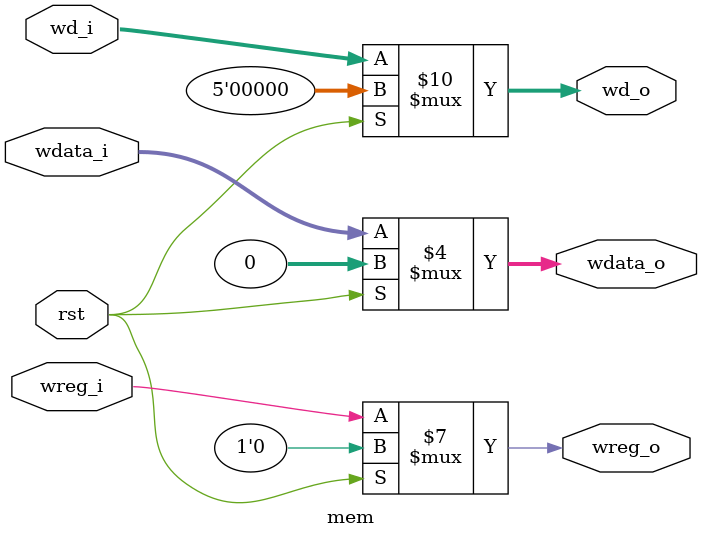
<source format=v>
`timescale 1ns / 1ps

`include "defines.v"

module mem(rst,wd_i,wreg_i,wdata_i,
           wd_o,wreg_o,wdata_o);
    input wire rst,wreg_i;
    input wire[4:0] wd_i;
    input wire[31:0] wdata_i;
    output reg wreg_o;
    output reg[4:0] wd_o;
    output reg[31:0] wdata_o;


    always @ (*) begin
        if (rst == 1'b1) begin
            wd_o <= 5'b00000;
            wreg_o <= 1'b0;
            wdata_o <= 32'h00000000;
        end else begin
            wd_o <= wd_i;
            wreg_o <= wreg_i;
            wdata_o <= wdata_i;
        end
    end
  endmodule
</source>
